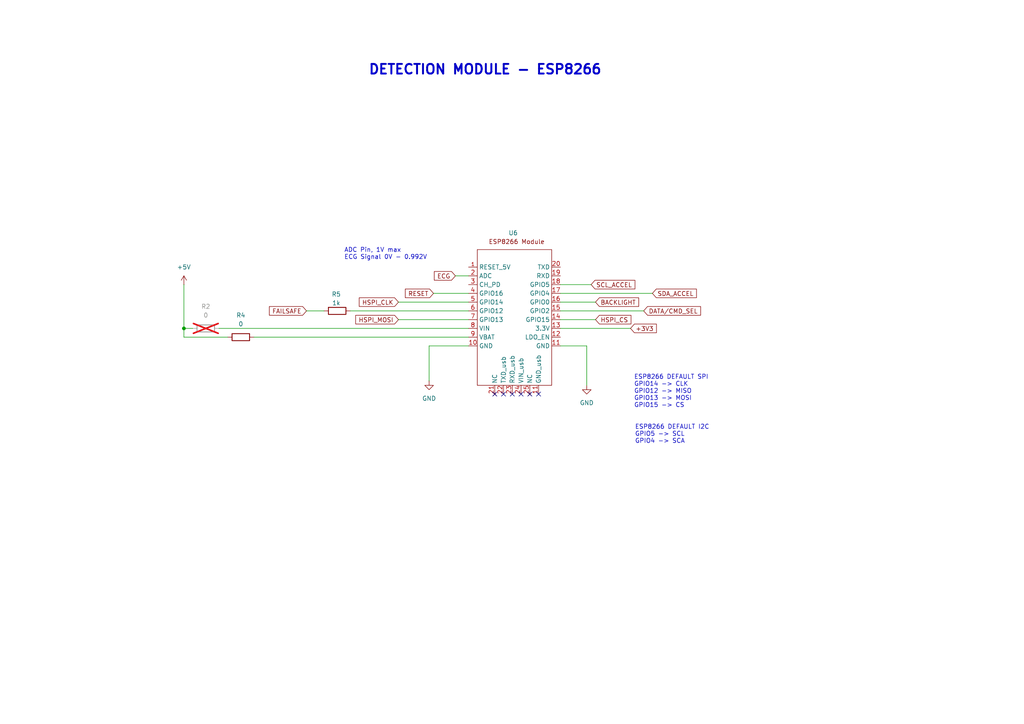
<source format=kicad_sch>
(kicad_sch (version 20231120) (generator "eeschema") (generator_version "8.0")
  (paper "A4")
  (lib_symbols
    (symbol "Detection_Eval_lib:ESP_Hold"
      (property "Reference" "U" (at -2.032 31.75 0))
      (symbol "ESP_Hold_0_1"
        (rectangle (start -2.54 30.48) (end 19.05 -8.89))
      )
      (symbol "ESP_Hold_1_0"
        (text "ESP8266 Module" (at 8.89 32.766 0) (effects (font (size 1.27 1.27))))
      )
      (symbol "ESP_Hold_1_1"
        (pin input line (at -5.08 25.4 0) (length 2.54) (name "RESET_5V") (number "1"))
        (pin input line (at -5.08 2.54 0) (length 2.54) (name "GND") (number "10"))
        (pin input line (at 21.59 2.54 180) (length 2.54) (name "GND") (number "11"))
        (pin input line (at 15.24 -11.43 90) (length 2.54) (name "GND_usb") (number "11"))
        (pin input line (at 21.59 5.08 180) (length 2.54) (name "LDO_EN") (number "12"))
        (pin input line (at 21.59 7.62 180) (length 2.54) (name "3.3V") (number "13"))
        (pin input line (at 21.59 10.16 180) (length 2.54) (name "GPIO15") (number "14"))
        (pin input line (at 21.59 12.7 180) (length 2.54) (name "GPIO2") (number "15"))
        (pin input line (at 21.59 15.24 180) (length 2.54) (name "GPIO0") (number "16"))
        (pin input line (at 21.59 17.78 180) (length 2.54) (name "GPIO4") (number "17"))
        (pin input line (at 21.59 20.32 180) (length 2.54) (name "GPIO5") (number "18"))
        (pin input line (at 21.59 22.86 180) (length 2.54) (name "RXD") (number "19"))
        (pin input line (at -5.08 22.86 0) (length 2.54) (name "ADC") (number "2"))
        (pin input line (at 21.59 25.4 180) (length 2.54) (name "TXD") (number "20"))
        (pin no_connect line (at 2.54 -11.43 90) (length 2.54) (name "NC") (number "21"))
        (pin input line (at 5.08 -11.43 90) (length 2.54) (name "TXD_usb") (number "22"))
        (pin input line (at 7.62 -11.43 90) (length 2.54) (name "RXD_usb") (number "23"))
        (pin input line (at 10.16 -11.43 90) (length 2.54) (name "VIN_usb") (number "24"))
        (pin no_connect line (at 12.7 -11.43 90) (length 2.54) (name "NC") (number "25"))
        (pin input line (at -5.08 20.32 0) (length 2.54) (name "CH_PD") (number "3"))
        (pin input line (at -5.08 17.78 0) (length 2.54) (name "GPIO16") (number "4"))
        (pin input line (at -5.08 15.24 0) (length 2.54) (name "GPIO14") (number "5"))
        (pin input line (at -5.08 12.7 0) (length 2.54) (name "GPIO12") (number "6"))
        (pin input line (at -5.08 10.16 0) (length 2.54) (name "GPIO13") (number "7"))
        (pin input line (at -5.08 7.62 0) (length 2.54) (name "VIN") (number "8"))
        (pin input line (at -5.08 5.08 0) (length 2.54) (name "VBAT") (number "9"))
      )
    )
    (symbol "Device:R" (pin_numbers hide) (pin_names (offset 0))
      (property "Reference" "R" (at 2.032 0 90))
      (property "Value" "R" (at 0 0 90))
      (symbol "R_0_1"
        (rectangle (start -1.016 -2.54) (end 1.016 2.54) (stroke (width 0.254)))
      )
      (symbol "R_1_1"
        (pin passive line (at 0 3.81 270) (length 1.27) (name "~") (number "1"))
        (pin passive line (at 0 -3.81 90) (length 1.27) (name "~") (number "2"))
      )
    )
    (symbol "power:+5V" (power) (pin_numbers hide) (pin_names (offset 0) hide)
      (property "Value" "+5V" (at 0 3.556 0))
      (symbol "+5V_0_1"
        (polyline (pts (xy -0.762 1.27) (xy 0 2.54)))
        (polyline (pts (xy 0 0) (xy 0 2.54)))
        (polyline (pts (xy 0 2.54) (xy 0.762 1.27)))
      )
      (symbol "+5V_1_1"
        (pin power_in line (at 0 0 90) (length 0) (name "~") (number "1"))
      )
    )
    (symbol "power:GND" (power) (pin_numbers hide) (pin_names (offset 0) hide)
      (property "Value" "GND" (at 0 -3.81 0))
      (symbol "GND_0_1"
        (polyline (pts (xy 0 0) (xy 0 -1.27) (xy 1.27 -1.27) (xy 0 -2.54) (xy -1.27 -1.27) (xy 0 -1.27)))
      )
      (symbol "GND_1_1"
        (pin power_in line (at 0 0 270) (length 0) (name "~") (number "1"))
      )
    )
  )
  (junction (at 53.34 95.25))
  (no_connect (at 153.67 114.3))
  (no_connect (at 146.05 114.3))
  (no_connect (at 148.59 114.3))
  (no_connect (at 143.51 114.3))
  (no_connect (at 151.13 114.3))
  (no_connect (at 156.21 114.3))
  (wire (pts (xy 170.18 100.33) (xy 170.18 111.76)))
  (wire (pts (xy 162.56 85.09) (xy 189.23 85.09)))
  (wire (pts (xy 162.56 87.63) (xy 172.72 87.63)))
  (wire (pts (xy 162.56 100.33) (xy 170.18 100.33)))
  (wire (pts (xy 124.46 100.33) (xy 124.46 110.49)))
  (wire (pts (xy 63.5 95.25) (xy 135.89 95.25)))
  (wire (pts (xy 101.6 90.17) (xy 135.89 90.17)))
  (wire (pts (xy 162.56 95.25) (xy 182.88 95.25)))
  (wire (pts (xy 55.88 95.25) (xy 53.34 95.25)))
  (wire (pts (xy 88.9 90.17) (xy 93.98 90.17)))
  (wire (pts (xy 162.56 92.71) (xy 172.72 92.71)))
  (wire (pts (xy 132.08 80.01) (xy 135.89 80.01)))
  (wire (pts (xy 125.73 85.09) (xy 135.89 85.09)))
  (wire (pts (xy 135.89 97.79) (xy 73.66 97.79)))
  (wire (pts (xy 53.34 97.79) (xy 66.04 97.79)))
  (wire (pts (xy 115.57 92.71) (xy 135.89 92.71)))
  (wire (pts (xy 53.34 97.79) (xy 53.34 95.25)))
  (wire (pts (xy 162.56 90.17) (xy 186.69 90.17)))
  (wire (pts (xy 135.89 100.33) (xy 124.46 100.33)))
  (wire (pts (xy 162.56 82.55) (xy 171.45 82.55)))
  (wire (pts (xy 115.57 87.63) (xy 135.89 87.63)))
  (wire (pts (xy 53.34 95.25) (xy 53.34 82.55)))
  (text "ADC Pin, 1V max\nECG Signal 0V - 0.992V" (at 99.822 73.66 0) (effects (font (size 1.27 1.27)) (justify left)))
  (text "ESP8266 DEFAULT SPI\nGPIO14 -> CLK\nGPIO12 -> MISO\nGPIO13 -> MOSI\nGPIO15 -> CS" (at 183.896 113.538 0) (effects (font (size 1.27 1.27)) (justify left)))
  (text "DETECTION MODULE - ESP8266" (at 140.716 20.32 0) (effects (font (size 2.794 2.794) (bold yes))))
  (text "ESP8266 DEFAULT I2C\nGPIO5 -> SCL\nGPIO4 -> SCA" (at 184.15 125.984 0) (effects (font (size 1.27 1.27)) (justify left)))
  (global_label "SCL_ACCEL" (shape input) (at 171.45 82.55 0) (property "Intersheetrefs" "${INTERSHEET_REFS}" (effects (hide yes))))
  (global_label "ECG" (shape input) (at 132.08 80.01 180) (property "Intersheetrefs" "${INTERSHEET_REFS}" (effects (hide yes))))
  (global_label "FAILSAFE" (shape input) (at 88.9 90.17 180) (property "Intersheetrefs" "${INTERSHEET_REFS}" (effects (hide yes))))
  (global_label "HSPI_CS" (shape input) (at 172.72 92.71 0) (property "Intersheetrefs" "${INTERSHEET_REFS}" (effects (hide yes))))
  (global_label "RESET" (shape input) (at 125.73 85.09 180) (property "Intersheetrefs" "${INTERSHEET_REFS}" (effects (hide yes))))
  (global_label "DATA{slash}CMD_SEL" (shape input) (at 186.69 90.17 0) (property "Intersheetrefs" "${INTERSHEET_REFS}" (effects (hide yes))))
  (global_label "+3V3" (shape input) (at 182.88 95.25 0) (property "Intersheetrefs" "${INTERSHEET_REFS}" (effects (hide yes))))
  (global_label "HSPI_CLK" (shape input) (at 115.57 87.63 180) (property "Intersheetrefs" "${INTERSHEET_REFS}" (effects (hide yes))))
  (global_label "SDA_ACCEL" (shape input) (at 189.23 85.09 0) (property "Intersheetrefs" "${INTERSHEET_REFS}" (effects (hide yes))))
  (global_label "HSPI_MOSI" (shape input) (at 115.57 92.71 180) (property "Intersheetrefs" "${INTERSHEET_REFS}" (effects (hide yes))))
  (global_label "BACKLIGHT" (shape input) (at 172.72 87.63 0) (property "Intersheetrefs" "${INTERSHEET_REFS}" (effects (hide yes))))
  (symbol (lib_id "power:GND") (at 170.18 111.76 0) (unit 1)
    (property "Reference" "#PWR016" (effects (hide yes)))
    (property "Value" "GND" (at 170.18 116.84 0))
    (property "Description" "Power symbol creates a global label with name \"GND\" , ground" (effects (hide yes)))
  )
  (symbol (lib_id "Detection_Eval_lib:ESP_Hold") (at 140.97 102.87 0) (unit 1)
    (property "Reference" "U6" (at 148.844 67.564 0))
    (property "Value" "ESP8266" (effects (hide yes)))
    (property "Footprint" "Module:Adafruit_HUZZAH_ESP8266_breakout_WithMountingHoles" (effects (hide yes)))
  )
  (symbol (lib_id "Device:R") (at 97.79 90.17 90) (unit 1)
    (property "Reference" "R5" (at 97.536 85.344 90))
    (property "Value" "1k" (at 97.536 87.884 90))
    (property "Footprint" "Resistor_SMD:R_0402_1005Metric" (effects (hide yes)))
    (property "Description" "Resistor" (effects (hide yes)))
  )
  (symbol (lib_id "power:+5V") (at 53.34 82.55 0) (unit 1)
    (property "Reference" "#PWR09" (effects (hide yes)))
    (property "Value" "+5V" (at 53.34 77.47 0))
    (property "Description" "Power symbol creates a global label with name \"+5V\"" (effects (hide yes)))
  )
  (symbol (lib_id "Device:R") (at 59.69 95.25 90) (unit 1) (dnp yes)
    (property "Reference" "R2" (at 59.69 88.9 90))
    (property "Value" "0" (at 59.69 91.44 90))
    (property "Footprint" "Resistor_SMD:R_0402_1005Metric" (effects (hide yes)))
    (property "Description" "Resistor" (effects (hide yes)))
  )
  (symbol (lib_id "power:GND") (at 124.46 110.49 0) (unit 1)
    (property "Reference" "#PWR010" (effects (hide yes)))
    (property "Value" "GND" (at 124.46 115.57 0))
    (property "Description" "Power symbol creates a global label with name \"GND\" , ground" (effects (hide yes)))
  )
  (symbol (lib_id "Device:R") (at 69.85 97.79 90) (unit 1)
    (property "Reference" "R4" (at 69.85 91.44 90))
    (property "Value" "0" (at 69.85 93.98 90))
    (property "Footprint" "Resistor_SMD:R_0402_1005Metric" (effects (hide yes)))
    (property "Description" "Resistor" (effects (hide yes)))
  )
)
</source>
